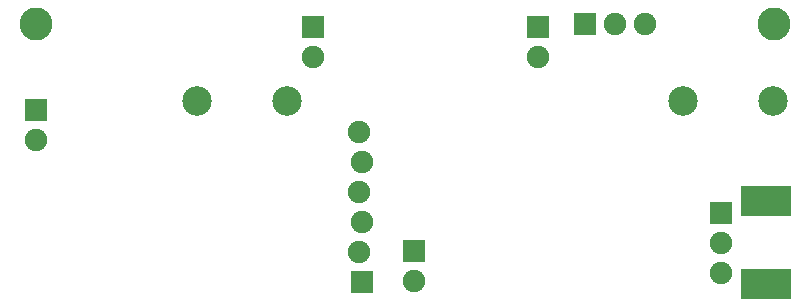
<source format=gbs>
G04 (created by PCBNEW (2013-07-07 BZR 4022)-stable) date 3/11/2014 9:35:09 AM*
%MOIN*%
G04 Gerber Fmt 3.4, Leading zero omitted, Abs format*
%FSLAX34Y34*%
G01*
G70*
G90*
G04 APERTURE LIST*
%ADD10C,0.00590551*%
%ADD11R,0.075X0.075*%
%ADD12C,0.075*%
%ADD13C,0.0984252*%
%ADD14R,0.165X0.1049*%
%ADD15C,0.110236*%
G04 APERTURE END LIST*
G54D10*
G54D11*
X11664Y-9389D03*
G54D12*
X11564Y-8389D03*
X11664Y-7389D03*
X11564Y-6389D03*
X11664Y-5389D03*
X11555Y-4397D03*
G54D11*
X17519Y-877D03*
G54D12*
X17519Y-1877D03*
G54D11*
X13385Y-8358D03*
G54D12*
X13385Y-9358D03*
G54D11*
X10039Y-877D03*
G54D12*
X10039Y-1877D03*
G54D11*
X787Y-3633D03*
G54D12*
X787Y-4633D03*
G54D11*
X19078Y-787D03*
G54D12*
X20078Y-787D03*
X21078Y-787D03*
G54D11*
X23622Y-7070D03*
G54D12*
X23622Y-8070D03*
X23622Y-9070D03*
G54D13*
X9147Y-3346D03*
X6147Y-3346D03*
X25348Y-3346D03*
X22348Y-3346D03*
G54D14*
X25118Y-6695D03*
X25118Y-9448D03*
X25118Y-6692D03*
G54D15*
X25393Y-787D03*
X787Y-787D03*
M02*

</source>
